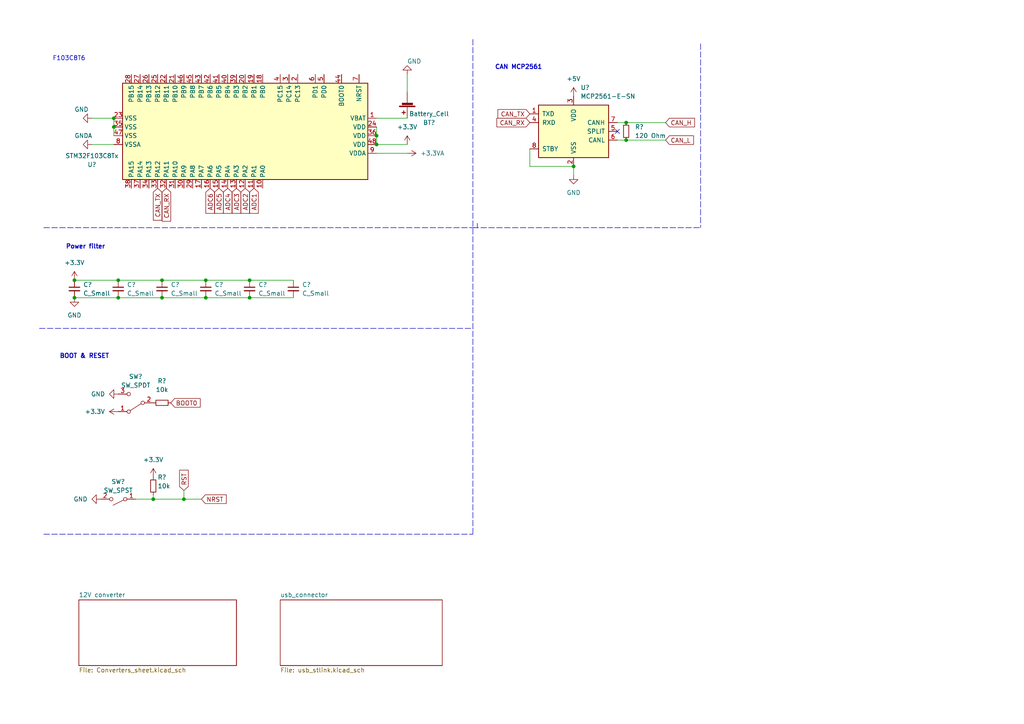
<source format=kicad_sch>
(kicad_sch (version 20211123) (generator eeschema)
  (paper "A4")
  (lib_symbols
    (symbol "Device:Battery_Cell" (pin_numbers hide) (pin_names (offset 0) hide)
      (property "Reference" "BT" (at 2.54 2.54 0))
      (property "Value" "Battery_Cell" (at 2.54 0 0))
      (symbol "Battery_Cell_0_1"
        (rectangle (start -2.286 1.778) (end 2.286 1.524) (fill (type outline)))
        (rectangle (start -1.5748 1.1938) (end 1.4732 0.6858) (fill (type outline)))
        (polyline (pts (xy 0 0.762) (xy 0 0)))
        (polyline (pts (xy 0 1.778) (xy 0 2.54)))
        (polyline (pts (xy 0.508 3.429) (xy 1.524 3.429)) (stroke (width 0.254)))
        (polyline (pts (xy 1.016 3.937) (xy 1.016 2.921)) (stroke (width 0.254)))
      )
      (symbol "Battery_Cell_1_1"
        (pin passive line (at 0 5.08 270) (length 2.54) (name "+") (number "1"))
        (pin passive line (at 0 -2.54 90) (length 2.54) (name "-") (number "2"))
      )
    )
    (symbol "Device:C_Small" (pin_numbers hide) (pin_names (offset 0.254) hide)
      (property "Reference" "C" (at 0.254 1.778 0))
      (property "Value" "C_Small" (at 0.254 -2.032 0))
      (symbol "C_Small_0_1"
        (polyline (pts (xy -1.524 -0.508) (xy 1.524 -0.508)) (stroke (width 0.3302)))
        (polyline (pts (xy -1.524 0.508) (xy 1.524 0.508)) (stroke (width 0.3048)))
      )
      (symbol "C_Small_1_1"
        (pin passive line (at 0 2.54 270) (length 2.032) (name "~") (number "1"))
        (pin passive line (at 0 -2.54 90) (length 2.032) (name "~") (number "2"))
      )
    )
    (symbol "Device:R_Small" (pin_numbers hide) (pin_names (offset 0.254) hide)
      (property "Reference" "R" (at 0.762 0.508 0))
      (property "Value" "R_Small" (at 0.762 -1.016 0))
      (symbol "R_Small_0_1"
        (rectangle (start -0.762 1.778) (end 0.762 -1.778) (stroke (width 0.2032)))
      )
      (symbol "R_Small_1_1"
        (pin passive line (at 0 2.54 270) (length 0.762) (name "~") (number "1"))
        (pin passive line (at 0 -2.54 90) (length 0.762) (name "~") (number "2"))
      )
    )
    (symbol "Interface_CAN_LIN:MCP2561-E-SN" (pin_names (offset 1.016))
      (property "Reference" "U" (at -10.16 8.89 0))
      (property "Value" "MCP2561-E-SN" (at 2.54 8.89 0))
      (symbol "MCP2561-E-SN_0_1"
        (rectangle (start -10.16 7.62) (end 10.16 -7.62) (stroke (width 0.254)) (fill (type background)))
      )
      (symbol "MCP2561-E-SN_1_1"
        (pin input line (at -12.7 5.08 0) (length 2.54) (name "TXD") (number "1"))
        (pin power_in line (at 0 -10.16 90) (length 2.54) (name "VSS") (number "2"))
        (pin power_in line (at 0 10.16 270) (length 2.54) (name "VDD") (number "3"))
        (pin output line (at -12.7 2.54 0) (length 2.54) (name "RXD") (number "4"))
        (pin passive line (at 12.7 0 180) (length 2.54) (name "SPLIT") (number "5"))
        (pin bidirectional line (at 12.7 -2.54 180) (length 2.54) (name "CANL") (number "6"))
        (pin bidirectional line (at 12.7 2.54 180) (length 2.54) (name "CANH") (number "7"))
        (pin input line (at -12.7 -5.08 0) (length 2.54) (name "STBY") (number "8"))
      )
    )
    (symbol "MCU_ST_STM32F1:STM32F103C8Tx"
      (property "Reference" "U" (at -15.24 36.83 0))
      (property "Value" "STM32F103C8Tx" (at 7.62 36.83 0))
      (symbol "STM32F103C8Tx_0_1"
        (rectangle (start -15.24 -35.56) (end 12.7 35.56) (stroke (width 0.254)) (fill (type background)))
      )
      (symbol "STM32F103C8Tx_1_1"
        (pin power_in line (at -5.08 38.1 270) (length 2.54) (name "VBAT") (number "1"))
        (pin bidirectional line (at 15.24 5.08 180) (length 2.54) (name "PA0") (number "10"))
        (pin bidirectional line (at 15.24 2.54 180) (length 2.54) (name "PA1") (number "11"))
        (pin bidirectional line (at 15.24 0 180) (length 2.54) (name "PA2") (number "12"))
        (pin bidirectional line (at 15.24 -2.54 180) (length 2.54) (name "PA3") (number "13"))
        (pin bidirectional line (at 15.24 -5.08 180) (length 2.54) (name "PA4") (number "14"))
        (pin bidirectional line (at 15.24 -7.62 180) (length 2.54) (name "PA5") (number "15"))
        (pin bidirectional line (at 15.24 -10.16 180) (length 2.54) (name "PA6") (number "16"))
        (pin bidirectional line (at 15.24 -12.7 180) (length 2.54) (name "PA7") (number "17"))
        (pin bidirectional line (at -17.78 5.08 0) (length 2.54) (name "PB0") (number "18"))
        (pin bidirectional line (at -17.78 2.54 0) (length 2.54) (name "PB1") (number "19"))
        (pin bidirectional line (at -17.78 15.24 0) (length 2.54) (name "PC13") (number "2"))
        (pin bidirectional line (at -17.78 0 0) (length 2.54) (name "PB2") (number "20"))
        (pin bidirectional line (at -17.78 -20.32 0) (length 2.54) (name "PB10") (number "21"))
        (pin bidirectional line (at -17.78 -22.86 0) (length 2.54) (name "PB11") (number "22"))
        (pin power_in line (at -5.08 -38.1 90) (length 2.54) (name "VSS") (number "23"))
        (pin power_in line (at -2.54 38.1 270) (length 2.54) (name "VDD") (number "24"))
        (pin bidirectional line (at -17.78 -25.4 0) (length 2.54) (name "PB12") (number "25"))
        (pin bidirectional line (at -17.78 -27.94 0) (length 2.54) (name "PB13") (number "26"))
        (pin bidirectional line (at -17.78 -30.48 0) (length 2.54) (name "PB14") (number "27"))
        (pin bidirectional line (at -17.78 -33.02 0) (length 2.54) (name "PB15") (number "28"))
        (pin bidirectional line (at 15.24 -15.24 180) (length 2.54) (name "PA8") (number "29"))
        (pin bidirectional line (at -17.78 12.7 0) (length 2.54) (name "PC14") (number "3"))
        (pin bidirectional line (at 15.24 -17.78 180) (length 2.54) (name "PA9") (number "30"))
        (pin bidirectional line (at 15.24 -20.32 180) (length 2.54) (name "PA10") (number "31"))
        (pin bidirectional line (at 15.24 -22.86 180) (length 2.54) (name "PA11") (number "32"))
        (pin bidirectional line (at 15.24 -25.4 180) (length 2.54) (name "PA12") (number "33"))
        (pin bidirectional line (at 15.24 -27.94 180) (length 2.54) (name "PA13") (number "34"))
        (pin power_in line (at -2.54 -38.1 90) (length 2.54) (name "VSS") (number "35"))
        (pin power_in line (at 0 38.1 270) (length 2.54) (name "VDD") (number "36"))
        (pin bidirectional line (at 15.24 -30.48 180) (length 2.54) (name "PA14") (number "37"))
        (pin bidirectional line (at 15.24 -33.02 180) (length 2.54) (name "PA15") (number "38"))
        (pin bidirectional line (at -17.78 -2.54 0) (length 2.54) (name "PB3") (number "39"))
        (pin bidirectional line (at -17.78 10.16 0) (length 2.54) (name "PC15") (number "4"))
        (pin bidirectional line (at -17.78 -5.08 0) (length 2.54) (name "PB4") (number "40"))
        (pin bidirectional line (at -17.78 -7.62 0) (length 2.54) (name "PB5") (number "41"))
        (pin bidirectional line (at -17.78 -10.16 0) (length 2.54) (name "PB6") (number "42"))
        (pin bidirectional line (at -17.78 -12.7 0) (length 2.54) (name "PB7") (number "43"))
        (pin input line (at -17.78 27.94 0) (length 2.54) (name "BOOT0") (number "44"))
        (pin bidirectional line (at -17.78 -15.24 0) (length 2.54) (name "PB8") (number "45"))
        (pin bidirectional line (at -17.78 -17.78 0) (length 2.54) (name "PB9") (number "46"))
        (pin power_in line (at 0 -38.1 90) (length 2.54) (name "VSS") (number "47"))
        (pin power_in line (at 2.54 38.1 270) (length 2.54) (name "VDD") (number "48"))
        (pin input line (at -17.78 22.86 0) (length 2.54) (name "PD0") (number "5"))
        (pin input line (at -17.78 20.32 0) (length 2.54) (name "PD1") (number "6"))
        (pin input line (at -17.78 33.02 0) (length 2.54) (name "NRST") (number "7"))
        (pin power_in line (at 2.54 -38.1 90) (length 2.54) (name "VSSA") (number "8"))
        (pin power_in line (at 5.08 38.1 270) (length 2.54) (name "VDDA") (number "9"))
      )
    )
    (symbol "Switch:SW_SPDT" (pin_names (offset 0) hide)
      (property "Reference" "SW" (at 0 4.318 0))
      (property "Value" "SW_SPDT" (at 0 -5.08 0))
      (symbol "SW_SPDT_0_0"
        (circle (center -2.032 0) (radius 0.508))
        (circle (center 2.032 -2.54) (radius 0.508))
      )
      (symbol "SW_SPDT_0_1"
        (polyline (pts (xy -1.524 0.254) (xy 1.651 2.286)))
        (circle (center 2.032 2.54) (radius 0.508))
      )
      (symbol "SW_SPDT_1_1"
        (pin passive line (at 5.08 2.54 180) (length 2.54) (name "A") (number "1"))
        (pin passive line (at -5.08 0 0) (length 2.54) (name "B") (number "2"))
        (pin passive line (at 5.08 -2.54 180) (length 2.54) (name "C") (number "3"))
      )
    )
    (symbol "Switch:SW_SPST" (pin_names (offset 0) hide)
      (property "Reference" "SW" (at 0 3.175 0))
      (property "Value" "SW_SPST" (at 0 -2.54 0))
      (symbol "SW_SPST_0_0"
        (circle (center -2.032 0) (radius 0.508))
        (polyline (pts (xy -1.524 0.254) (xy 1.524 1.778)))
        (circle (center 2.032 0) (radius 0.508))
      )
      (symbol "SW_SPST_1_1"
        (pin passive line (at -5.08 0 0) (length 2.54) (name "A") (number "1"))
        (pin passive line (at 5.08 0 180) (length 2.54) (name "B") (number "2"))
      )
    )
    (symbol "power:+3.3V" (power) (pin_names (offset 0))
      (property "Value" "+3.3V" (at 0 3.556 0))
      (symbol "+3.3V_0_1"
        (polyline (pts (xy -0.762 1.27) (xy 0 2.54)))
        (polyline (pts (xy 0 0) (xy 0 2.54)))
        (polyline (pts (xy 0 2.54) (xy 0.762 1.27)))
      )
      (symbol "+3.3V_1_1"
        (pin power_in line (at 0 0 90) (length 0) hide (name "+3.3V") (number "1"))
      )
    )
    (symbol "power:+3.3VA" (power) (pin_names (offset 0))
      (property "Value" "+3.3VA" (at 0 3.556 0))
      (symbol "+3.3VA_0_1"
        (polyline (pts (xy -0.762 1.27) (xy 0 2.54)))
        (polyline (pts (xy 0 0) (xy 0 2.54)))
        (polyline (pts (xy 0 2.54) (xy 0.762 1.27)))
      )
      (symbol "+3.3VA_1_1"
        (pin power_in line (at 0 0 90) (length 0) hide (name "+3.3VA") (number "1"))
      )
    )
    (symbol "power:+5V" (power) (pin_names (offset 0))
      (property "Value" "+5V" (at 0 3.556 0))
      (symbol "+5V_0_1"
        (polyline (pts (xy -0.762 1.27) (xy 0 2.54)))
        (polyline (pts (xy 0 0) (xy 0 2.54)))
        (polyline (pts (xy 0 2.54) (xy 0.762 1.27)))
      )
      (symbol "+5V_1_1"
        (pin power_in line (at 0 0 90) (length 0) hide (name "+5V") (number "1"))
      )
    )
    (symbol "power:GND" (power) (pin_names (offset 0))
      (property "Value" "GND" (at 0 -3.81 0))
      (symbol "GND_0_1"
        (polyline (pts (xy 0 0) (xy 0 -1.27) (xy 1.27 -1.27) (xy 0 -2.54) (xy -1.27 -1.27) (xy 0 -1.27)))
      )
      (symbol "GND_1_1"
        (pin power_in line (at 0 0 270) (length 0) hide (name "GND") (number "1"))
      )
    )
    (symbol "power:GNDA" (power) (pin_names (offset 0))
      (property "Value" "GNDA" (at 0 -3.81 0))
      (symbol "GNDA_0_1"
        (polyline (pts (xy 0 0) (xy 0 -1.27) (xy 1.27 -1.27) (xy 0 -2.54) (xy -1.27 -1.27) (xy 0 -1.27)))
      )
      (symbol "GNDA_1_1"
        (pin power_in line (at 0 0 270) (length 0) hide (name "GNDA") (number "1"))
      )
    )
  )
  (junction (at 21.59 86.36))
  (junction (at 34.29 81.28))
  (junction (at 59.69 81.28))
  (junction (at 33.02 34.29))
  (junction (at 109.22 39.37))
  (junction (at 44.45 144.78))
  (junction (at 34.29 86.36))
  (junction (at 181.61 40.64))
  (junction (at 72.39 81.28))
  (junction (at 53.34 144.78))
  (junction (at 46.99 86.36))
  (junction (at 33.02 36.83))
  (junction (at 166.37 48.26))
  (junction (at 181.61 35.56))
  (junction (at 59.69 86.36))
  (junction (at 72.39 86.36))
  (junction (at 21.59 81.28))
  (junction (at 109.22 41.91))
  (junction (at 46.99 81.28))
  (no_connect (at 179.07 38.1))
  (polyline (pts (xy 12.7 66.04) (xy 138.43 66.04)))
  (wire (pts (xy 109.22 34.29) (xy 118.11 34.29)))
  (wire (pts (xy 53.34 144.78) (xy 58.42 144.78)))
  (wire (pts (xy 166.37 50.8) (xy 166.37 48.26)))
  (wire (pts (xy 34.29 81.28) (xy 46.99 81.28)))
  (polyline (pts (xy 11.43 95.25) (xy 137.16 95.25)))
  (wire (pts (xy 109.22 36.83) (xy 109.22 39.37)))
  (wire (pts (xy 21.59 86.36) (xy 34.29 86.36)))
  (wire (pts (xy 44.45 143.51) (xy 44.45 144.78)))
  (wire (pts (xy 72.39 86.36) (xy 85.09 86.36)))
  (wire (pts (xy 44.45 144.78) (xy 53.34 144.78)))
  (wire (pts (xy 181.61 35.56) (xy 193.04 35.56)))
  (wire (pts (xy 166.37 48.26) (xy 153.67 48.26)))
  (wire (pts (xy 153.67 48.26) (xy 153.67 43.18)))
  (wire (pts (xy 39.37 144.78) (xy 44.45 144.78)))
  (polyline (pts (xy 137.16 66.04) (xy 203.2 66.04)))
  (wire (pts (xy 53.34 142.24) (xy 53.34 144.78)))
  (polyline (pts (xy 12.7 154.94) (xy 137.16 154.94)))
  (polyline (pts (xy 138.43 64.77) (xy 138.43 66.04)))
  (wire (pts (xy 179.07 35.56) (xy 181.61 35.56)))
  (wire (pts (xy 109.22 44.45) (xy 118.11 44.45)))
  (wire (pts (xy 181.61 40.64) (xy 193.04 40.64)))
  (wire (pts (xy 109.22 39.37) (xy 109.22 41.91)))
  (polyline (pts (xy 137.16 11.43) (xy 137.16 154.94)))
  (wire (pts (xy 33.02 34.29) (xy 33.02 36.83)))
  (wire (pts (xy 26.67 41.91) (xy 33.02 41.91)))
  (wire (pts (xy 33.02 36.83) (xy 33.02 39.37)))
  (wire (pts (xy 59.69 86.36) (xy 72.39 86.36)))
  (wire (pts (xy 34.29 86.36) (xy 46.99 86.36)))
  (wire (pts (xy 26.67 34.29) (xy 33.02 34.29)))
  (wire (pts (xy 118.11 26.67) (xy 118.11 21.59)))
  (polyline (pts (xy 203.2 12.7) (xy 203.2 66.04)))
  (wire (pts (xy 72.39 81.28) (xy 85.09 81.28)))
  (wire (pts (xy 46.99 86.36) (xy 59.69 86.36)))
  (wire (pts (xy 59.69 81.28) (xy 72.39 81.28)))
  (wire (pts (xy 21.59 81.28) (xy 34.29 81.28)))
  (wire (pts (xy 179.07 40.64) (xy 181.61 40.64)))
  (wire (pts (xy 109.22 41.91) (xy 118.11 41.91)))
  (wire (pts (xy 46.99 81.28) (xy 59.69 81.28)))
  (text "Power filter" (at 19.05 72.39 0) (effects (font (size 1.27 1.27) bold) (justify left bottom)))
  (text "F103C8T6\n" (at 15.24 17.78 0) (effects (font (size 1.27 1.27)) (justify left bottom)))
  (text "BOOT & RESET\n" (at 31.75 104.14 180) (effects (font (size 1.27 1.27) (thickness 0.254) bold) (justify right bottom)))
  (text "CAN MCP2561\n" (at 143.51 20.32 0) (effects (font (size 1.27 1.27) bold) (justify left bottom)))
  (global_label "CAN_RX" (shape input) (at 153.67 35.56 180) (property "Intersheet References" "${INTERSHEET_REFS}" (effects hide)))
  (global_label "ADC3" (shape input) (at 68.58 54.61 270) (property "Intersheet References" "${INTERSHEET_REFS}" (effects hide)))
  (global_label "ADC4" (shape input) (at 66.04 54.61 270) (property "Intersheet References" "${INTERSHEET_REFS}" (effects hide)))
  (global_label "CAN_L" (shape input) (at 193.04 40.64 0) (property "Intersheet References" "${INTERSHEET_REFS}" (effects hide)))
  (global_label "RST" (shape input) (at 53.34 142.24 90) (property "Intersheet References" "${INTERSHEET_REFS}" (effects hide)))
  (global_label "CAN_TX" (shape input) (at 153.67 33.02 180) (property "Intersheet References" "${INTERSHEET_REFS}" (effects hide)))
  (global_label "ADC2" (shape input) (at 71.12 54.61 270) (property "Intersheet References" "${INTERSHEET_REFS}" (effects hide)))
  (global_label "ADC6" (shape input) (at 60.96 54.61 270) (property "Intersheet References" "${INTERSHEET_REFS}" (effects hide)))
  (global_label "CAN_H" (shape input) (at 193.04 35.56 0) (property "Intersheet References" "${INTERSHEET_REFS}" (effects hide)))
  (global_label "CAN_TX" (shape input) (at 45.72 54.61 270) (property "Intersheet References" "${INTERSHEET_REFS}" (effects hide)))
  (global_label "NRST" (shape input) (at 58.42 144.78 0) (property "Intersheet References" "${INTERSHEET_REFS}" (effects hide)))
  (global_label "ADC5" (shape input) (at 63.5 54.61 270) (property "Intersheet References" "${INTERSHEET_REFS}" (effects hide)))
  (global_label "ADC1" (shape input) (at 73.66 54.61 270) (property "Intersheet References" "${INTERSHEET_REFS}" (effects hide)))
  (global_label "CAN_RX" (shape input) (at 48.26 54.61 270) (property "Intersheet References" "${INTERSHEET_REFS}" (effects hide)))
  (global_label "BOOT0" (shape input) (at 49.53 116.84 0) (property "Intersheet References" "${INTERSHEET_REFS}" (effects hide)))
  (symbol (lib_id "power:GND") (at 21.59 86.36 0) (unit 1)
    (property "Reference" "#PWR?" (effects hide))
    (property "Value" "GND" (at 21.59 91.44 0))
  )
  (symbol (lib_id "Device:C_Small") (at 72.39 83.82 0) (unit 1)
    (property "Reference" "C?" (at 74.93 82.5562 0) (effects (justify left)))
    (property "Value" "C_Small" (at 74.93 85.0962 0) (effects (justify left)))
  )
  (symbol (lib_id "power:GND") (at 34.29 114.3 270) (unit 1)
    (property "Reference" "#PWR?" (effects hide))
    (property "Value" "GND" (at 30.48 114.2999 90) (effects (justify right)))
  )
  (symbol (lib_id "power:+3.3V") (at 34.29 119.38 90) (unit 1)
    (property "Reference" "#PWR?" (effects hide))
    (property "Value" "+3.3V" (at 30.48 119.3799 90) (effects (justify left)))
  )
  (symbol (lib_id "Device:C_Small") (at 85.09 83.82 0) (unit 1)
    (property "Reference" "C?" (at 87.63 82.5562 0) (effects (justify left)))
    (property "Value" "C_Small" (at 87.63 85.0962 0) (effects (justify left)))
  )
  (symbol (lib_id "Device:R_Small") (at 181.61 38.1 0) (unit 1)
    (property "Reference" "R?" (at 184.15 36.8299 0) (effects (justify left)))
    (property "Value" "120 Ohm" (at 184.15 39.3699 0) (effects (justify left)))
  )
  (symbol (lib_id "Interface_CAN_LIN:MCP2561-E-SN") (at 166.37 38.1 0) (unit 1)
    (property "Reference" "U?" (at 168.3894 25.4 0) (effects (justify left)))
    (property "Value" "MCP2561-E-SN" (at 168.3894 27.94 0) (effects (justify left)))
    (property "Footprint" "Package_SO:SOIC-8_3.9x4.9mm_P1.27mm" (effects hide))
    (property "Datasheet" "http://ww1.microchip.com/downloads/en/DeviceDoc/25167A.pdf" (effects hide))
  )
  (symbol (lib_id "power:GNDA") (at 26.67 41.91 270) (unit 1)
    (property "Reference" "#PWR?" (effects hide))
    (property "Value" "GNDA" (at 21.59 39.3699 90) (effects (justify left)))
  )
  (symbol (lib_id "Switch:SW_SPDT") (at 39.37 116.84 180) (unit 1)
    (property "Reference" "SW?" (at 39.37 109.22 0))
    (property "Value" "SW_SPDT" (at 39.37 111.76 0))
  )
  (symbol (lib_id "power:GND") (at 118.11 21.59 180) (unit 1)
    (property "Reference" "#PWR?" (effects hide))
    (property "Value" "GND" (at 118.1099 17.78 0) (effects (justify right)))
  )
  (symbol (lib_id "Device:R_Small") (at 44.45 140.97 0) (unit 1)
    (property "Reference" "R?" (at 45.72 138.43 0) (effects (justify left)))
    (property "Value" "10k" (at 45.72 140.97 0) (effects (justify left)))
  )
  (symbol (lib_id "power:GND") (at 166.37 50.8 0) (unit 1)
    (property "Reference" "#PWR?" (effects hide))
    (property "Value" "GND" (at 166.37 55.88 0))
  )
  (symbol (lib_id "Device:C_Small") (at 46.99 83.82 0) (unit 1)
    (property "Reference" "C?" (at 49.53 82.5562 0) (effects (justify left)))
    (property "Value" "C_Small" (at 49.53 85.0962 0) (effects (justify left)))
  )
  (symbol (lib_id "Device:Battery_Cell") (at 118.11 29.21 180) (unit 1)
    (property "Reference" "BT?" (at 124.46 35.56 0))
    (property "Value" "Battery_Cell" (at 124.46 33.02 0))
  )
  (symbol (lib_id "power:+3.3V") (at 118.11 41.91 0) (unit 1)
    (property "Reference" "#PWR?" (effects hide))
    (property "Value" "+3.3V" (at 118.11 36.83 0))
  )
  (symbol (lib_id "power:+3.3VA") (at 118.11 44.45 270) (unit 1)
    (property "Reference" "#PWR?" (effects hide))
    (property "Value" "+3.3VA" (at 121.92 44.4499 90) (effects (justify left)))
  )
  (symbol (lib_id "Device:C_Small") (at 21.59 83.82 0) (unit 1)
    (property "Reference" "C?" (at 24.13 82.55 0) (effects (justify left)))
    (property "Value" "C_Small" (at 24.13 85.09 0) (effects (justify left)))
  )
  (symbol (lib_id "power:+5V") (at 166.37 27.94 0) (unit 1)
    (property "Reference" "#PWR?" (effects hide))
    (property "Value" "+5V" (at 166.37 22.86 0))
  )
  (symbol (lib_id "Device:C_Small") (at 59.69 83.82 0) (unit 1)
    (property "Reference" "C?" (at 62.23 82.5562 0) (effects (justify left)))
    (property "Value" "C_Small" (at 62.23 85.0962 0) (effects (justify left)))
  )
  (symbol (lib_id "Device:C_Small") (at 34.29 83.82 0) (unit 1)
    (property "Reference" "C?" (at 36.83 82.5562 0) (effects (justify left)))
    (property "Value" "C_Small" (at 36.83 85.0962 0) (effects (justify left)))
  )
  (symbol (lib_id "MCU_ST_STM32F1:STM32F103C8Tx") (at 71.12 39.37 270) (unit 1)
    (property "Reference" "U?" (at 26.67 47.7395 90))
    (property "Value" "STM32F103C8Tx" (at 26.67 45.1995 90))
    (property "Footprint" "Package_QFP:LQFP-48_7x7mm_P0.5mm" (effects hide))
    (property "Datasheet" "http://www.st.com/st-web-ui/static/active/en/resource/technical/document/datasheet/CD00161566.pdf" (effects hide))
  )
  (symbol (lib_id "Device:R_Small") (at 46.99 116.84 90) (unit 1)
    (property "Reference" "R?" (at 46.99 110.49 90))
    (property "Value" "10k" (at 46.99 113.03 90))
  )
  (symbol (lib_id "power:+3.3V") (at 21.59 81.28 0) (unit 1)
    (property "Reference" "#PWR?" (effects hide))
    (property "Value" "+3.3V" (at 21.59 76.2 0))
  )
  (symbol (lib_id "power:+3.3V") (at 44.45 138.43 0) (unit 1)
    (property "Reference" "#PWR?" (effects hide))
    (property "Value" "+3.3V" (at 44.45 133.35 0))
  )
  (symbol (lib_id "power:GND") (at 26.67 34.29 270) (unit 1)
    (property "Reference" "#PWR?" (effects hide))
    (property "Value" "GND" (at 21.59 31.75 90) (effects (justify left)))
  )
  (symbol (lib_id "power:GND") (at 29.21 144.78 270) (unit 1)
    (property "Reference" "#PWR?" (effects hide))
    (property "Value" "GND" (at 25.4 144.7799 90) (effects (justify right)))
  )
  (symbol (lib_id "Switch:SW_SPST") (at 34.29 144.78 180) (unit 1)
    (property "Reference" "SW?" (at 34.29 139.7 0))
    (property "Value" "SW_SPST" (at 34.29 142.24 0))
  )
  (sheet (at 81.28 173.99) (size 46.99 19.05) (stroke (width 0.1524))
    (property "Sheet name" "usb_connector" (at 81.28 173.2784 0) (effects (justify left bottom)))
    (property "Sheet file" "usb_stlink.kicad_sch" (at 81.28 193.6246 0) (effects (justify left top)))
  )
  (sheet (at 22.86 173.99) (size 45.72 19.05) (stroke (width 0.1524))
    (property "Sheet name" "12V converter" (at 22.86 173.2784 0) (effects (justify left bottom)))
    (property "Sheet file" "Converters_sheet.kicad_sch" (at 22.86 193.6246 0) (effects (justify left top)))
  )
)
</source>
